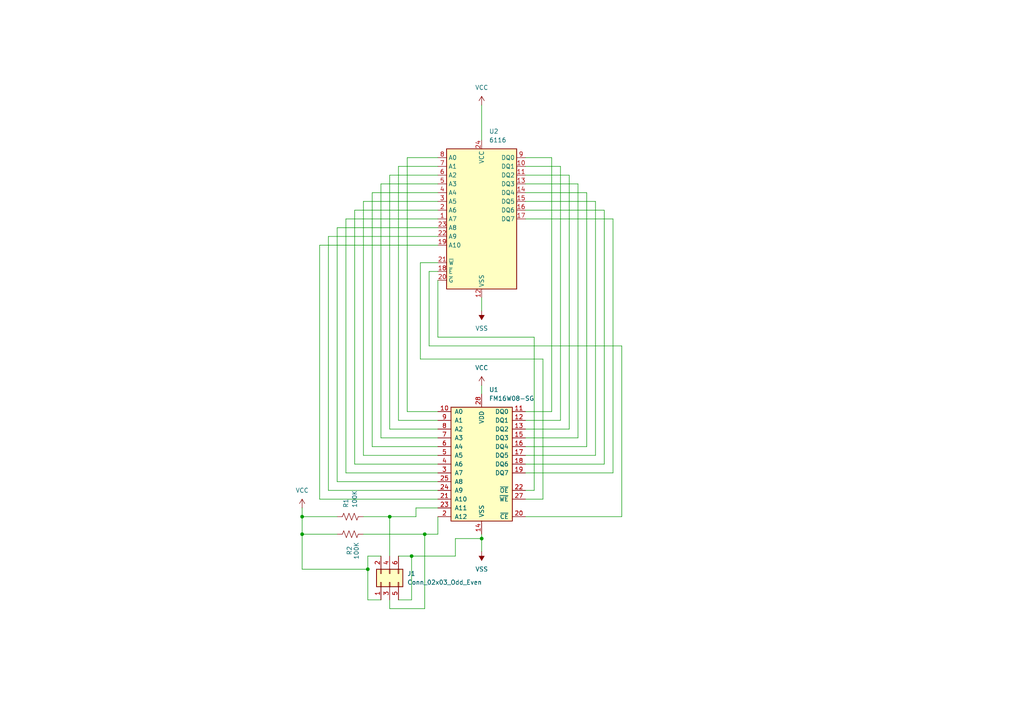
<source format=kicad_sch>
(kicad_sch (version 20250114) (generator "eeschema") (generator_version "9.0")
  (paper "A4")
  (lib_symbols
    (symbol "Connector_Generic:Conn_02x03_Odd_Even" (pin_names (offset 1.016) (hide yes))
      (property "Reference" "J" (at 1.27 5.08 0))
      (property "Value" "Conn_02x03_Odd_Even" (at 1.27 -5.08 0))
      (symbol "Conn_02x03_Odd_Even_1_1"
        (rectangle (start -1.27 3.81) (end 3.81 -3.81) (stroke (width 0.254)) (fill (type background)))
        (rectangle (start -1.27 2.667) (end 0 2.413) (stroke (width 0.1524)))
        (rectangle (start -1.27 0.127) (end 0 -0.127) (stroke (width 0.1524)))
        (rectangle (start -1.27 -2.413) (end 0 -2.667) (stroke (width 0.1524)))
        (rectangle (start 3.81 2.667) (end 2.54 2.413) (stroke (width 0.1524)))
        (rectangle (start 3.81 0.127) (end 2.54 -0.127) (stroke (width 0.1524)))
        (rectangle (start 3.81 -2.413) (end 2.54 -2.667) (stroke (width 0.1524)))
        (pin passive line (at -5.08 2.54 0) (length 3.81) (name "Pin_1") (number "1"))
        (pin passive line (at -5.08 0 0) (length 3.81) (name "Pin_3") (number "3"))
        (pin passive line (at -5.08 -2.54 0) (length 3.81) (name "Pin_5") (number "5"))
        (pin passive line (at 7.62 2.54 180) (length 3.81) (name "Pin_2") (number "2"))
        (pin passive line (at 7.62 0 180) (length 3.81) (name "Pin_4") (number "4"))
        (pin passive line (at 7.62 -2.54 180) (length 3.81) (name "Pin_6") (number "6"))
      )
    )
    (symbol "Device:R_US" (pin_numbers (hide yes)) (pin_names (offset 0))
      (property "Reference" "R" (at 2.54 0 90))
      (property "Value" "R_US" (at -2.54 0 90))
      (symbol "R_US_0_1"
        (polyline (pts (xy 0 2.286) (xy 0 2.54)))
        (polyline (pts (xy 0 2.286) (xy 1.016 1.905) (xy 0 1.524) (xy -1.016 1.143) (xy 0 0.762)))
        (polyline (pts (xy 0 0.762) (xy 1.016 0.381) (xy 0 0) (xy -1.016 -0.381) (xy 0 -0.762)))
        (polyline (pts (xy 0 -0.762) (xy 1.016 -1.143) (xy 0 -1.524) (xy -1.016 -1.905) (xy 0 -2.286)))
        (polyline (pts (xy 0 -2.286) (xy 0 -2.54)))
      )
      (symbol "R_US_1_1"
        (pin passive line (at 0 3.81 270) (length 1.27) (name "~") (number "1"))
        (pin passive line (at 0 -3.81 90) (length 1.27) (name "~") (number "2"))
      )
    )
    (symbol "Memory_NVRAM:FM16W08-SG" (pin_names (offset 1.016))
      (property "Reference" "U" (at -7.62 17.78 0))
      (property "Value" "FM16W08-SG" (at 1.27 17.78 0))
      (symbol "FM16W08-SG_0_1"
        (rectangle (start -8.89 16.51) (end 8.89 -16.51) (stroke (width 0.254)) (fill (type background)))
      )
      (symbol "FM16W08-SG_1_1"
        (pin input line (at -12.7 15.24 0) (length 3.81) (name "A0") (number "10"))
        (pin input line (at -12.7 12.7 0) (length 3.81) (name "A1") (number "9"))
        (pin input line (at -12.7 10.16 0) (length 3.81) (name "A2") (number "8"))
        (pin input line (at -12.7 7.62 0) (length 3.81) (name "A3") (number "7"))
        (pin input line (at -12.7 5.08 0) (length 3.81) (name "A4") (number "6"))
        (pin input line (at -12.7 2.54 0) (length 3.81) (name "A5") (number "5"))
        (pin input line (at -12.7 0 0) (length 3.81) (name "A6") (number "4"))
        (pin input line (at -12.7 -2.54 0) (length 3.81) (name "A7") (number "3"))
        (pin input line (at -12.7 -5.08 0) (length 3.81) (name "A8") (number "25"))
        (pin input line (at -12.7 -7.62 0) (length 3.81) (name "A9") (number "24"))
        (pin input line (at -12.7 -10.16 0) (length 3.81) (name "A10") (number "21"))
        (pin input line (at -12.7 -12.7 0) (length 3.81) (name "A11") (number "23"))
        (pin input line (at -12.7 -15.24 0) (length 3.81) (name "A12") (number "2"))
        (pin power_in line (at 0 20.32 270) (length 3.81) (name "VDD") (number "28"))
        (pin power_in line (at 0 -20.32 90) (length 3.81) (name "VSS") (number "14"))
        (pin bidirectional line (at 12.7 15.24 180) (length 3.81) (name "DQ0") (number "11"))
        (pin bidirectional line (at 12.7 12.7 180) (length 3.81) (name "DQ1") (number "12"))
        (pin bidirectional line (at 12.7 10.16 180) (length 3.81) (name "DQ2") (number "13"))
        (pin bidirectional line (at 12.7 7.62 180) (length 3.81) (name "DQ3") (number "15"))
        (pin bidirectional line (at 12.7 5.08 180) (length 3.81) (name "DQ4") (number "16"))
        (pin bidirectional line (at 12.7 2.54 180) (length 3.81) (name "DQ5") (number "17"))
        (pin bidirectional line (at 12.7 0 180) (length 3.81) (name "DQ6") (number "18"))
        (pin bidirectional line (at 12.7 -2.54 180) (length 3.81) (name "DQ7") (number "19"))
        (pin input line (at 12.7 -7.62 180) (length 3.81) (name "~{OE}") (number "22"))
        (pin input line (at 12.7 -10.16 180) (length 3.81) (name "~{WE}") (number "27"))
        (pin input line (at 12.7 -15.24 180) (length 3.81) (name "~{CE}") (number "20"))
      )
    )
    (symbol "Memory_RAM:M48Zx2"
      (property "Reference" "U" (at 0 0.254 0))
      (property "Value" "M48Zx2" (at 0 0.254 0))
      (symbol "M48Zx2_1_1"
        (rectangle (start -10.16 20.32) (end 10.16 -20.32) (stroke (width 0.254)) (fill (type background)))
        (pin input line (at -12.7 17.78 0) (length 2.54) (name "A0") (number "8"))
        (pin input line (at -12.7 15.24 0) (length 2.54) (name "A1") (number "7"))
        (pin input line (at -12.7 12.7 0) (length 2.54) (name "A2") (number "6"))
        (pin input line (at -12.7 10.16 0) (length 2.54) (name "A3") (number "5"))
        (pin input line (at -12.7 7.62 0) (length 2.54) (name "A4") (number "4"))
        (pin input line (at -12.7 5.08 0) (length 2.54) (name "A5") (number "3"))
        (pin input line (at -12.7 2.54 0) (length 2.54) (name "A6") (number "2"))
        (pin input line (at -12.7 0 0) (length 2.54) (name "A7") (number "1"))
        (pin input line (at -12.7 -2.54 0) (length 2.54) (name "A8") (number "23"))
        (pin input line (at -12.7 -5.08 0) (length 2.54) (name "A9") (number "22"))
        (pin input line (at -12.7 -7.62 0) (length 2.54) (name "A10") (number "19"))
        (pin input line (at -12.7 -12.7 0) (length 2.54) (name "~{W}") (number "21"))
        (pin input line (at -12.7 -15.24 0) (length 2.54) (name "~{E}") (number "18"))
        (pin input line (at -12.7 -17.78 0) (length 2.54) (name "~{G}") (number "20"))
        (pin power_in line (at 0 22.86 270) (length 2.54) (name "VCC") (number "24"))
        (pin power_in line (at 0 -22.86 90) (length 2.54) (name "VSS") (number "12"))
        (pin bidirectional line (at 12.7 17.78 180) (length 2.54) (name "DQ0") (number "9"))
        (pin bidirectional line (at 12.7 15.24 180) (length 2.54) (name "DQ1") (number "10"))
        (pin bidirectional line (at 12.7 12.7 180) (length 2.54) (name "DQ2") (number "11"))
        (pin bidirectional line (at 12.7 10.16 180) (length 2.54) (name "DQ3") (number "13"))
        (pin bidirectional line (at 12.7 7.62 180) (length 2.54) (name "DQ4") (number "14"))
        (pin bidirectional line (at 12.7 5.08 180) (length 2.54) (name "DQ5") (number "15"))
        (pin bidirectional line (at 12.7 2.54 180) (length 2.54) (name "DQ6") (number "16"))
        (pin bidirectional line (at 12.7 0 180) (length 2.54) (name "DQ7") (number "17"))
      )
    )
    (symbol "power:VCC" (power) (pin_numbers (hide yes)) (pin_names (offset 0) (hide yes))
      (property "Value" "VCC" (at 0 3.556 0))
      (symbol "VCC_0_1"
        (polyline (pts (xy -0.762 1.27) (xy 0 2.54)))
        (polyline (pts (xy 0 2.54) (xy 0.762 1.27)))
        (polyline (pts (xy 0 0) (xy 0 2.54)))
      )
      (symbol "VCC_1_1"
        (pin power_in line (at 0 0 90) (length 0) (name "~") (number "1"))
      )
    )
    (symbol "power:VSS" (power) (pin_numbers (hide yes)) (pin_names (offset 0) (hide yes))
      (property "Value" "VSS" (at 0 3.556 0))
      (symbol "VSS_0_1"
        (polyline (pts (xy 0 0) (xy 0 2.54)))
        (polyline (pts (xy 0.762 1.27) (xy -0.762 1.27) (xy 0 2.54) (xy 0.762 1.27)) (fill (type outline)))
      )
      (symbol "VSS_1_1"
        (pin power_in line (at 0 0 90) (length 0) (name "~") (number "1"))
      )
    )
  )
  (junction (at 113.03 149.86))
  (junction (at 123.19 154.94))
  (junction (at 87.63 149.86))
  (junction (at 119.38 161.29))
  (junction (at 106.68 165.1))
  (junction (at 87.63 154.94))
  (junction (at 139.7 156.21))
  (wire (pts (xy 97.79 154.94) (xy 87.63 154.94)))
  (wire (pts (xy 127 45.72) (xy 118.11 45.72)))
  (wire (pts (xy 105.41 132.08) (xy 127 132.08)))
  (wire (pts (xy 105.41 58.42) (xy 105.41 132.08)))
  (wire (pts (xy 124.46 100.33) (xy 180.34 100.33)))
  (wire (pts (xy 152.4 60.96) (xy 175.26 60.96)))
  (wire (pts (xy 180.34 100.33) (xy 180.34 149.86)))
  (wire (pts (xy 100.33 63.5) (xy 100.33 137.16)))
  (wire (pts (xy 123.19 154.94) (xy 105.41 154.94)))
  (wire (pts (xy 92.71 71.12) (xy 92.71 144.78)))
  (wire (pts (xy 152.4 58.42) (xy 172.72 58.42)))
  (wire (pts (xy 87.63 149.86) (xy 87.63 154.94)))
  (wire (pts (xy 152.4 63.5) (xy 177.8 63.5)))
  (wire (pts (xy 127 81.28) (xy 127 97.79)))
  (wire (pts (xy 152.4 119.38) (xy 160.02 119.38)))
  (wire (pts (xy 127 71.12) (xy 92.71 71.12)))
  (wire (pts (xy 115.57 173.99) (xy 119.38 173.99)))
  (wire (pts (xy 152.4 124.46) (xy 165.1 124.46)))
  (wire (pts (xy 127 68.58) (xy 95.25 68.58)))
  (wire (pts (xy 113.03 176.53) (xy 113.03 173.99)))
  (wire (pts (xy 123.19 154.94) (xy 123.19 176.53)))
  (wire (pts (xy 127 55.88) (xy 107.95 55.88)))
  (wire (pts (xy 95.25 142.24) (xy 127 142.24)))
  (wire (pts (xy 154.94 142.24) (xy 152.4 142.24)))
  (wire (pts (xy 106.68 173.99) (xy 106.68 165.1)))
  (wire (pts (xy 127 147.32) (xy 120.65 147.32)))
  (wire (pts (xy 119.38 173.99) (xy 119.38 161.29)))
  (wire (pts (xy 106.68 161.29) (xy 106.68 165.1)))
  (wire (pts (xy 87.63 165.1) (xy 87.63 154.94)))
  (wire (pts (xy 113.03 124.46) (xy 127 124.46)))
  (wire (pts (xy 127 63.5) (xy 100.33 63.5)))
  (wire (pts (xy 152.4 149.86) (xy 180.34 149.86)))
  (wire (pts (xy 152.4 132.08) (xy 172.72 132.08)))
  (wire (pts (xy 152.4 121.92) (xy 162.56 121.92)))
  (wire (pts (xy 157.48 104.14) (xy 157.48 144.78)))
  (wire (pts (xy 115.57 121.92) (xy 127 121.92)))
  (wire (pts (xy 157.48 144.78) (xy 152.4 144.78)))
  (wire (pts (xy 115.57 48.26) (xy 115.57 121.92)))
  (wire (pts (xy 106.68 165.1) (xy 87.63 165.1)))
  (wire (pts (xy 121.92 104.14) (xy 157.48 104.14)))
  (wire (pts (xy 113.03 149.86) (xy 113.03 161.29)))
  (wire (pts (xy 102.87 60.96) (xy 102.87 134.62)))
  (wire (pts (xy 110.49 161.29) (xy 106.68 161.29)))
  (wire (pts (xy 152.4 50.8) (xy 165.1 50.8)))
  (wire (pts (xy 172.72 58.42) (xy 172.72 132.08)))
  (wire (pts (xy 152.4 137.16) (xy 177.8 137.16)))
  (wire (pts (xy 121.92 76.2) (xy 121.92 104.14)))
  (wire (pts (xy 175.26 60.96) (xy 175.26 134.62)))
  (wire (pts (xy 119.38 161.29) (xy 132.08 161.29)))
  (wire (pts (xy 139.7 154.94) (xy 139.7 156.21)))
  (wire (pts (xy 152.4 48.26) (xy 162.56 48.26)))
  (wire (pts (xy 87.63 149.86) (xy 97.79 149.86)))
  (wire (pts (xy 120.65 147.32) (xy 120.65 149.86)))
  (wire (pts (xy 160.02 45.72) (xy 160.02 119.38)))
  (wire (pts (xy 127 58.42) (xy 105.41 58.42)))
  (wire (pts (xy 97.79 139.7) (xy 127 139.7)))
  (wire (pts (xy 177.8 63.5) (xy 177.8 137.16)))
  (wire (pts (xy 152.4 53.34) (xy 167.64 53.34)))
  (wire (pts (xy 124.46 78.74) (xy 124.46 100.33)))
  (wire (pts (xy 170.18 55.88) (xy 170.18 129.54)))
  (wire (pts (xy 127 149.86) (xy 127 154.94)))
  (wire (pts (xy 120.65 149.86) (xy 113.03 149.86)))
  (wire (pts (xy 132.08 156.21) (xy 139.7 156.21)))
  (wire (pts (xy 127 53.34) (xy 110.49 53.34)))
  (wire (pts (xy 127 66.04) (xy 97.79 66.04)))
  (wire (pts (xy 107.95 55.88) (xy 107.95 129.54)))
  (wire (pts (xy 132.08 161.29) (xy 132.08 156.21)))
  (wire (pts (xy 127 76.2) (xy 121.92 76.2)))
  (wire (pts (xy 127 60.96) (xy 102.87 60.96)))
  (wire (pts (xy 139.7 111.76) (xy 139.7 114.3)))
  (wire (pts (xy 127 50.8) (xy 113.03 50.8)))
  (wire (pts (xy 107.95 129.54) (xy 127 129.54)))
  (wire (pts (xy 102.87 134.62) (xy 127 134.62)))
  (wire (pts (xy 123.19 176.53) (xy 113.03 176.53)))
  (wire (pts (xy 167.64 53.34) (xy 167.64 127)))
  (wire (pts (xy 110.49 127) (xy 127 127)))
  (wire (pts (xy 110.49 173.99) (xy 106.68 173.99)))
  (wire (pts (xy 95.25 68.58) (xy 95.25 142.24)))
  (wire (pts (xy 162.56 48.26) (xy 162.56 121.92)))
  (wire (pts (xy 152.4 45.72) (xy 160.02 45.72)))
  (wire (pts (xy 118.11 45.72) (xy 118.11 119.38)))
  (wire (pts (xy 165.1 50.8) (xy 165.1 124.46)))
  (wire (pts (xy 139.7 156.21) (xy 139.7 160.02)))
  (wire (pts (xy 127 78.74) (xy 124.46 78.74)))
  (wire (pts (xy 87.63 147.32) (xy 87.63 149.86)))
  (wire (pts (xy 152.4 55.88) (xy 170.18 55.88)))
  (wire (pts (xy 127 154.94) (xy 123.19 154.94)))
  (wire (pts (xy 113.03 149.86) (xy 105.41 149.86)))
  (wire (pts (xy 113.03 50.8) (xy 113.03 124.46)))
  (wire (pts (xy 118.11 119.38) (xy 127 119.38)))
  (wire (pts (xy 152.4 127) (xy 167.64 127)))
  (wire (pts (xy 139.7 86.36) (xy 139.7 90.17)))
  (wire (pts (xy 139.7 30.48) (xy 139.7 40.64)))
  (wire (pts (xy 152.4 134.62) (xy 175.26 134.62)))
  (wire (pts (xy 119.38 161.29) (xy 115.57 161.29)))
  (wire (pts (xy 110.49 53.34) (xy 110.49 127)))
  (wire (pts (xy 100.33 137.16) (xy 127 137.16)))
  (wire (pts (xy 152.4 129.54) (xy 170.18 129.54)))
  (wire (pts (xy 127 48.26) (xy 115.57 48.26)))
  (wire (pts (xy 92.71 144.78) (xy 127 144.78)))
  (wire (pts (xy 154.94 97.79) (xy 154.94 142.24)))
  (wire (pts (xy 127 97.79) (xy 154.94 97.79)))
  (wire (pts (xy 97.79 66.04) (xy 97.79 139.7)))
  (symbol (lib_id "Memory_RAM:M48Zx2") (at 139.7 63.5 0) (unit 1)
    (property "Reference" "U2" (at 141.8433 38.1 0) (effects (justify left)))
    (property "Value" "6116" (at 141.8433 40.64 0) (effects (justify left)))
    (property "Footprint" "Package_DIP:DIP-24_18.0mmx34.29mm_W15.24mm" (effects (hide yes)))
    (property "Datasheet" "https://www.mouser.at/datasheet/2/389/m48z02-1849661.pdf" (effects (hide yes)))
    (property "Description" "5 V, 16 kbit (2 Kb x 8) ZEROPOWER® SRAM, DIP-24" (effects (hide yes)))
  )
  (symbol (lib_id "Device:R_US") (at 101.6 154.94 90) (unit 1)
    (property "Reference" "R2" (at 101.346 161.036 0) (effects (justify left)))
    (property "Value" "100K" (at 103.378 162.306 0) (effects (justify left)))
    (property "Footprint" "Resistor_SMD:R_0805_2012Metric_Pad1.20x1.40mm_HandSolder" (effects (hide yes)))
    (property "Description" "Resistor, US symbol" (effects (hide yes)))
  )
  (symbol (lib_id "power:VCC") (at 139.7 30.48 0) (unit 1)
    (property "Reference" "#PWR02" (effects (hide yes)))
    (property "Value" "VCC" (at 139.7 25.4 0))
    (property "Description" "Power symbol creates a global label with name \"VCC\"" (effects (hide yes)))
  )
  (symbol (lib_id "power:VSS") (at 139.7 90.17 180) (unit 1)
    (property "Reference" "#PWR04" (effects (hide yes)))
    (property "Value" "VSS" (at 139.7 95.25 0))
    (property "Description" "Power symbol creates a global label with name \"VSS\"" (effects (hide yes)))
  )
  (symbol (lib_id "power:VSS") (at 139.7 160.02 180) (unit 1)
    (property "Reference" "#PWR01" (effects (hide yes)))
    (property "Value" "VSS" (at 139.7 165.1 0))
    (property "Description" "Power symbol creates a global label with name \"VSS\"" (effects (hide yes)))
  )
  (symbol (lib_id "power:VCC") (at 139.7 111.76 0) (unit 1)
    (property "Reference" "#PWR03" (effects (hide yes)))
    (property "Value" "VCC" (at 139.7 106.68 0))
    (property "Description" "Power symbol creates a global label with name \"VCC\"" (effects (hide yes)))
  )
  (symbol (lib_id "Device:R_US") (at 101.6 149.86 90) (unit 1)
    (property "Reference" "R1" (at 100.3299 147.32 0) (effects (justify left)))
    (property "Value" "100K" (at 102.8699 147.32 0) (effects (justify left)))
    (property "Footprint" "Resistor_SMD:R_0805_2012Metric_Pad1.20x1.40mm_HandSolder" (effects (hide yes)))
    (property "Description" "Resistor, US symbol" (effects (hide yes)))
  )
  (symbol (lib_id "Memory_NVRAM:FM16W08-SG") (at 139.7 134.62 0) (unit 1)
    (property "Reference" "U1" (at 141.8433 113.03 0) (effects (justify left)))
    (property "Value" "FM16W08-SG" (at 141.8433 115.57 0) (effects (justify left)))
    (property "Footprint" "Package_SO:SOIC-28W_7.5x17.9mm_P1.27mm" (effects (hide yes)))
    (property "Datasheet" "http://www.cypress.com/file/41731/download" (effects (hide yes)))
    (property "Description" "64Kb FRAM nonvolatile memory, SOIC-28" (effects (hide yes)))
  )
  (symbol (lib_id "power:VCC") (at 87.63 147.32 0) (unit 1)
    (property "Reference" "#PWR05" (effects (hide yes)))
    (property "Value" "VCC" (at 87.63 142.24 0))
    (property "Description" "Power symbol creates a global label with name \"VCC\"" (effects (hide yes)))
  )
  (symbol (lib_id "Connector_Generic:Conn_02x03_Odd_Even") (at 113.03 168.91 90) (unit 1)
    (property "Reference" "J1" (at 118.11 166.3699 90) (effects (justify right)))
    (property "Value" "Conn_02x03_Odd_Even" (at 118.11 168.9099 90) (effects (justify right)))
    (property "Footprint" "Connector_PinHeader_2.00mm:PinHeader_2x03_P2.00mm_Vertical" (effects (hide yes)))
    (property "Description" "Generic connector, double row, 02x03, odd/even pin numbering scheme (row 1 odd numbers, row 2 even numbers), script generated (kicad-library-utils/schlib/autogen/connector/)" (effects (hide yes)))
  )
)
</source>
